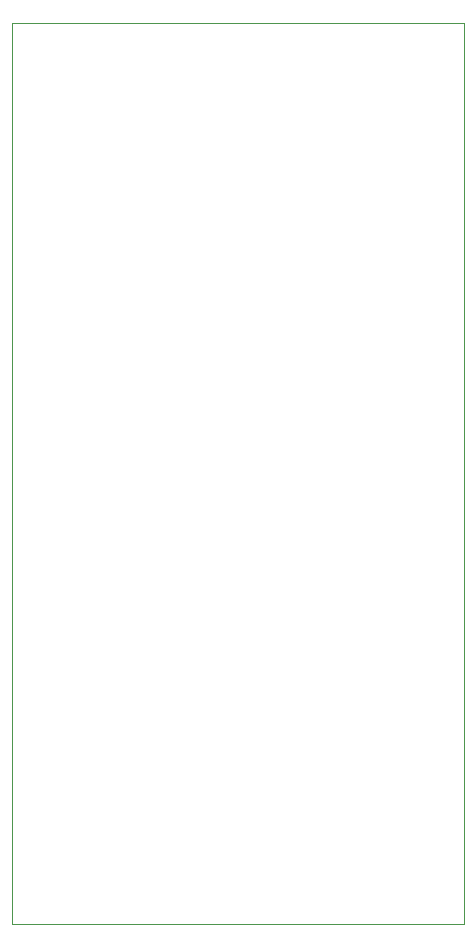
<source format=gbr>
%TF.GenerationSoftware,KiCad,Pcbnew,7.0.1*%
%TF.CreationDate,2023-04-04T13:23:45+02:00*%
%TF.ProjectId,weit_generator,77656974-5f67-4656-9e65-7261746f722e,rev?*%
%TF.SameCoordinates,Original*%
%TF.FileFunction,Profile,NP*%
%FSLAX46Y46*%
G04 Gerber Fmt 4.6, Leading zero omitted, Abs format (unit mm)*
G04 Created by KiCad (PCBNEW 7.0.1) date 2023-04-04 13:23:45*
%MOMM*%
%LPD*%
G01*
G04 APERTURE LIST*
%TA.AperFunction,Profile*%
%ADD10C,0.100000*%
%TD*%
G04 APERTURE END LIST*
D10*
X132750000Y-65000000D02*
X171000000Y-65000000D01*
X171000000Y-141250000D01*
X132750000Y-141250000D01*
X132750000Y-65000000D01*
M02*

</source>
